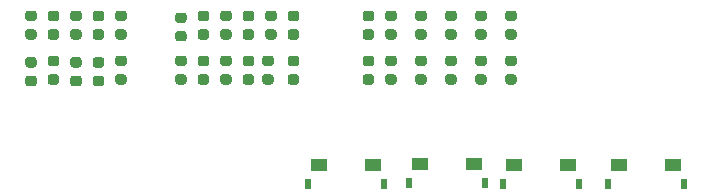
<source format=gbr>
G04 #@! TF.GenerationSoftware,KiCad,Pcbnew,5.1.6-c6e7f7d~87~ubuntu18.04.1*
G04 #@! TF.CreationDate,2020-07-17T19:47:34-05:00*
G04 #@! TF.ProjectId,relojBin,72656c6f-6a42-4696-9e2e-6b696361645f,1.0.8*
G04 #@! TF.SameCoordinates,Original*
G04 #@! TF.FileFunction,Paste,Top*
G04 #@! TF.FilePolarity,Positive*
%FSLAX46Y46*%
G04 Gerber Fmt 4.6, Leading zero omitted, Abs format (unit mm)*
G04 Created by KiCad (PCBNEW 5.1.6-c6e7f7d~87~ubuntu18.04.1) date 2020-07-17 19:47:34*
%MOMM*%
%LPD*%
G01*
G04 APERTURE LIST*
%ADD10R,0.600000X0.850000*%
%ADD11R,1.450000X1.100000*%
G04 APERTURE END LIST*
D10*
X107340000Y-74435000D03*
X100940000Y-74435000D03*
D11*
X106415000Y-72760000D03*
X101865000Y-72760000D03*
D10*
X90495000Y-74350000D03*
X84095000Y-74350000D03*
D11*
X89570000Y-72675000D03*
X85020000Y-72675000D03*
D10*
X98450000Y-74435000D03*
X92050000Y-74435000D03*
D11*
X97525000Y-72760000D03*
X92975000Y-72760000D03*
D10*
X81940000Y-74435000D03*
X75540000Y-74435000D03*
D11*
X81015000Y-72760000D03*
X76465000Y-72760000D03*
G36*
G01*
X92453750Y-61310000D02*
X92966250Y-61310000D01*
G75*
G02*
X93185000Y-61528750I0J-218750D01*
G01*
X93185000Y-61966250D01*
G75*
G02*
X92966250Y-62185000I-218750J0D01*
G01*
X92453750Y-62185000D01*
G75*
G02*
X92235000Y-61966250I0J218750D01*
G01*
X92235000Y-61528750D01*
G75*
G02*
X92453750Y-61310000I218750J0D01*
G01*
G37*
G36*
G01*
X92453750Y-59735000D02*
X92966250Y-59735000D01*
G75*
G02*
X93185000Y-59953750I0J-218750D01*
G01*
X93185000Y-60391250D01*
G75*
G02*
X92966250Y-60610000I-218750J0D01*
G01*
X92453750Y-60610000D01*
G75*
G02*
X92235000Y-60391250I0J218750D01*
G01*
X92235000Y-59953750D01*
G75*
G02*
X92453750Y-59735000I218750J0D01*
G01*
G37*
G36*
G01*
X89913750Y-61310000D02*
X90426250Y-61310000D01*
G75*
G02*
X90645000Y-61528750I0J-218750D01*
G01*
X90645000Y-61966250D01*
G75*
G02*
X90426250Y-62185000I-218750J0D01*
G01*
X89913750Y-62185000D01*
G75*
G02*
X89695000Y-61966250I0J218750D01*
G01*
X89695000Y-61528750D01*
G75*
G02*
X89913750Y-61310000I218750J0D01*
G01*
G37*
G36*
G01*
X89913750Y-59735000D02*
X90426250Y-59735000D01*
G75*
G02*
X90645000Y-59953750I0J-218750D01*
G01*
X90645000Y-60391250D01*
G75*
G02*
X90426250Y-60610000I-218750J0D01*
G01*
X89913750Y-60610000D01*
G75*
G02*
X89695000Y-60391250I0J218750D01*
G01*
X89695000Y-59953750D01*
G75*
G02*
X89913750Y-59735000I218750J0D01*
G01*
G37*
G36*
G01*
X87373750Y-61310000D02*
X87886250Y-61310000D01*
G75*
G02*
X88105000Y-61528750I0J-218750D01*
G01*
X88105000Y-61966250D01*
G75*
G02*
X87886250Y-62185000I-218750J0D01*
G01*
X87373750Y-62185000D01*
G75*
G02*
X87155000Y-61966250I0J218750D01*
G01*
X87155000Y-61528750D01*
G75*
G02*
X87373750Y-61310000I218750J0D01*
G01*
G37*
G36*
G01*
X87373750Y-59735000D02*
X87886250Y-59735000D01*
G75*
G02*
X88105000Y-59953750I0J-218750D01*
G01*
X88105000Y-60391250D01*
G75*
G02*
X87886250Y-60610000I-218750J0D01*
G01*
X87373750Y-60610000D01*
G75*
G02*
X87155000Y-60391250I0J218750D01*
G01*
X87155000Y-59953750D01*
G75*
G02*
X87373750Y-59735000I218750J0D01*
G01*
G37*
G36*
G01*
X84833750Y-61310000D02*
X85346250Y-61310000D01*
G75*
G02*
X85565000Y-61528750I0J-218750D01*
G01*
X85565000Y-61966250D01*
G75*
G02*
X85346250Y-62185000I-218750J0D01*
G01*
X84833750Y-62185000D01*
G75*
G02*
X84615000Y-61966250I0J218750D01*
G01*
X84615000Y-61528750D01*
G75*
G02*
X84833750Y-61310000I218750J0D01*
G01*
G37*
G36*
G01*
X84833750Y-59735000D02*
X85346250Y-59735000D01*
G75*
G02*
X85565000Y-59953750I0J-218750D01*
G01*
X85565000Y-60391250D01*
G75*
G02*
X85346250Y-60610000I-218750J0D01*
G01*
X84833750Y-60610000D01*
G75*
G02*
X84615000Y-60391250I0J218750D01*
G01*
X84615000Y-59953750D01*
G75*
G02*
X84833750Y-59735000I218750J0D01*
G01*
G37*
G36*
G01*
X82293750Y-61310000D02*
X82806250Y-61310000D01*
G75*
G02*
X83025000Y-61528750I0J-218750D01*
G01*
X83025000Y-61966250D01*
G75*
G02*
X82806250Y-62185000I-218750J0D01*
G01*
X82293750Y-62185000D01*
G75*
G02*
X82075000Y-61966250I0J218750D01*
G01*
X82075000Y-61528750D01*
G75*
G02*
X82293750Y-61310000I218750J0D01*
G01*
G37*
G36*
G01*
X82293750Y-59735000D02*
X82806250Y-59735000D01*
G75*
G02*
X83025000Y-59953750I0J-218750D01*
G01*
X83025000Y-60391250D01*
G75*
G02*
X82806250Y-60610000I-218750J0D01*
G01*
X82293750Y-60610000D01*
G75*
G02*
X82075000Y-60391250I0J218750D01*
G01*
X82075000Y-59953750D01*
G75*
G02*
X82293750Y-59735000I218750J0D01*
G01*
G37*
G36*
G01*
X80388750Y-61310000D02*
X80901250Y-61310000D01*
G75*
G02*
X81120000Y-61528750I0J-218750D01*
G01*
X81120000Y-61966250D01*
G75*
G02*
X80901250Y-62185000I-218750J0D01*
G01*
X80388750Y-62185000D01*
G75*
G02*
X80170000Y-61966250I0J218750D01*
G01*
X80170000Y-61528750D01*
G75*
G02*
X80388750Y-61310000I218750J0D01*
G01*
G37*
G36*
G01*
X80388750Y-59735000D02*
X80901250Y-59735000D01*
G75*
G02*
X81120000Y-59953750I0J-218750D01*
G01*
X81120000Y-60391250D01*
G75*
G02*
X80901250Y-60610000I-218750J0D01*
G01*
X80388750Y-60610000D01*
G75*
G02*
X80170000Y-60391250I0J218750D01*
G01*
X80170000Y-59953750D01*
G75*
G02*
X80388750Y-59735000I218750J0D01*
G01*
G37*
G36*
G01*
X74038750Y-61310000D02*
X74551250Y-61310000D01*
G75*
G02*
X74770000Y-61528750I0J-218750D01*
G01*
X74770000Y-61966250D01*
G75*
G02*
X74551250Y-62185000I-218750J0D01*
G01*
X74038750Y-62185000D01*
G75*
G02*
X73820000Y-61966250I0J218750D01*
G01*
X73820000Y-61528750D01*
G75*
G02*
X74038750Y-61310000I218750J0D01*
G01*
G37*
G36*
G01*
X74038750Y-59735000D02*
X74551250Y-59735000D01*
G75*
G02*
X74770000Y-59953750I0J-218750D01*
G01*
X74770000Y-60391250D01*
G75*
G02*
X74551250Y-60610000I-218750J0D01*
G01*
X74038750Y-60610000D01*
G75*
G02*
X73820000Y-60391250I0J218750D01*
G01*
X73820000Y-59953750D01*
G75*
G02*
X74038750Y-59735000I218750J0D01*
G01*
G37*
G36*
G01*
X72133750Y-61310000D02*
X72646250Y-61310000D01*
G75*
G02*
X72865000Y-61528750I0J-218750D01*
G01*
X72865000Y-61966250D01*
G75*
G02*
X72646250Y-62185000I-218750J0D01*
G01*
X72133750Y-62185000D01*
G75*
G02*
X71915000Y-61966250I0J218750D01*
G01*
X71915000Y-61528750D01*
G75*
G02*
X72133750Y-61310000I218750J0D01*
G01*
G37*
G36*
G01*
X72133750Y-59735000D02*
X72646250Y-59735000D01*
G75*
G02*
X72865000Y-59953750I0J-218750D01*
G01*
X72865000Y-60391250D01*
G75*
G02*
X72646250Y-60610000I-218750J0D01*
G01*
X72133750Y-60610000D01*
G75*
G02*
X71915000Y-60391250I0J218750D01*
G01*
X71915000Y-59953750D01*
G75*
G02*
X72133750Y-59735000I218750J0D01*
G01*
G37*
G36*
G01*
X70228750Y-61310000D02*
X70741250Y-61310000D01*
G75*
G02*
X70960000Y-61528750I0J-218750D01*
G01*
X70960000Y-61966250D01*
G75*
G02*
X70741250Y-62185000I-218750J0D01*
G01*
X70228750Y-62185000D01*
G75*
G02*
X70010000Y-61966250I0J218750D01*
G01*
X70010000Y-61528750D01*
G75*
G02*
X70228750Y-61310000I218750J0D01*
G01*
G37*
G36*
G01*
X70228750Y-59735000D02*
X70741250Y-59735000D01*
G75*
G02*
X70960000Y-59953750I0J-218750D01*
G01*
X70960000Y-60391250D01*
G75*
G02*
X70741250Y-60610000I-218750J0D01*
G01*
X70228750Y-60610000D01*
G75*
G02*
X70010000Y-60391250I0J218750D01*
G01*
X70010000Y-59953750D01*
G75*
G02*
X70228750Y-59735000I218750J0D01*
G01*
G37*
G36*
G01*
X68323750Y-61310000D02*
X68836250Y-61310000D01*
G75*
G02*
X69055000Y-61528750I0J-218750D01*
G01*
X69055000Y-61966250D01*
G75*
G02*
X68836250Y-62185000I-218750J0D01*
G01*
X68323750Y-62185000D01*
G75*
G02*
X68105000Y-61966250I0J218750D01*
G01*
X68105000Y-61528750D01*
G75*
G02*
X68323750Y-61310000I218750J0D01*
G01*
G37*
G36*
G01*
X68323750Y-59735000D02*
X68836250Y-59735000D01*
G75*
G02*
X69055000Y-59953750I0J-218750D01*
G01*
X69055000Y-60391250D01*
G75*
G02*
X68836250Y-60610000I-218750J0D01*
G01*
X68323750Y-60610000D01*
G75*
G02*
X68105000Y-60391250I0J218750D01*
G01*
X68105000Y-59953750D01*
G75*
G02*
X68323750Y-59735000I218750J0D01*
G01*
G37*
G36*
G01*
X66418750Y-61310000D02*
X66931250Y-61310000D01*
G75*
G02*
X67150000Y-61528750I0J-218750D01*
G01*
X67150000Y-61966250D01*
G75*
G02*
X66931250Y-62185000I-218750J0D01*
G01*
X66418750Y-62185000D01*
G75*
G02*
X66200000Y-61966250I0J218750D01*
G01*
X66200000Y-61528750D01*
G75*
G02*
X66418750Y-61310000I218750J0D01*
G01*
G37*
G36*
G01*
X66418750Y-59735000D02*
X66931250Y-59735000D01*
G75*
G02*
X67150000Y-59953750I0J-218750D01*
G01*
X67150000Y-60391250D01*
G75*
G02*
X66931250Y-60610000I-218750J0D01*
G01*
X66418750Y-60610000D01*
G75*
G02*
X66200000Y-60391250I0J218750D01*
G01*
X66200000Y-59953750D01*
G75*
G02*
X66418750Y-59735000I218750J0D01*
G01*
G37*
G36*
G01*
X64513750Y-61462500D02*
X65026250Y-61462500D01*
G75*
G02*
X65245000Y-61681250I0J-218750D01*
G01*
X65245000Y-62118750D01*
G75*
G02*
X65026250Y-62337500I-218750J0D01*
G01*
X64513750Y-62337500D01*
G75*
G02*
X64295000Y-62118750I0J218750D01*
G01*
X64295000Y-61681250D01*
G75*
G02*
X64513750Y-61462500I218750J0D01*
G01*
G37*
G36*
G01*
X64513750Y-59887500D02*
X65026250Y-59887500D01*
G75*
G02*
X65245000Y-60106250I0J-218750D01*
G01*
X65245000Y-60543750D01*
G75*
G02*
X65026250Y-60762500I-218750J0D01*
G01*
X64513750Y-60762500D01*
G75*
G02*
X64295000Y-60543750I0J218750D01*
G01*
X64295000Y-60106250D01*
G75*
G02*
X64513750Y-59887500I218750J0D01*
G01*
G37*
G36*
G01*
X59433750Y-61310000D02*
X59946250Y-61310000D01*
G75*
G02*
X60165000Y-61528750I0J-218750D01*
G01*
X60165000Y-61966250D01*
G75*
G02*
X59946250Y-62185000I-218750J0D01*
G01*
X59433750Y-62185000D01*
G75*
G02*
X59215000Y-61966250I0J218750D01*
G01*
X59215000Y-61528750D01*
G75*
G02*
X59433750Y-61310000I218750J0D01*
G01*
G37*
G36*
G01*
X59433750Y-59735000D02*
X59946250Y-59735000D01*
G75*
G02*
X60165000Y-59953750I0J-218750D01*
G01*
X60165000Y-60391250D01*
G75*
G02*
X59946250Y-60610000I-218750J0D01*
G01*
X59433750Y-60610000D01*
G75*
G02*
X59215000Y-60391250I0J218750D01*
G01*
X59215000Y-59953750D01*
G75*
G02*
X59433750Y-59735000I218750J0D01*
G01*
G37*
G36*
G01*
X57528750Y-61310000D02*
X58041250Y-61310000D01*
G75*
G02*
X58260000Y-61528750I0J-218750D01*
G01*
X58260000Y-61966250D01*
G75*
G02*
X58041250Y-62185000I-218750J0D01*
G01*
X57528750Y-62185000D01*
G75*
G02*
X57310000Y-61966250I0J218750D01*
G01*
X57310000Y-61528750D01*
G75*
G02*
X57528750Y-61310000I218750J0D01*
G01*
G37*
G36*
G01*
X57528750Y-59735000D02*
X58041250Y-59735000D01*
G75*
G02*
X58260000Y-59953750I0J-218750D01*
G01*
X58260000Y-60391250D01*
G75*
G02*
X58041250Y-60610000I-218750J0D01*
G01*
X57528750Y-60610000D01*
G75*
G02*
X57310000Y-60391250I0J218750D01*
G01*
X57310000Y-59953750D01*
G75*
G02*
X57528750Y-59735000I218750J0D01*
G01*
G37*
G36*
G01*
X55623750Y-61310000D02*
X56136250Y-61310000D01*
G75*
G02*
X56355000Y-61528750I0J-218750D01*
G01*
X56355000Y-61966250D01*
G75*
G02*
X56136250Y-62185000I-218750J0D01*
G01*
X55623750Y-62185000D01*
G75*
G02*
X55405000Y-61966250I0J218750D01*
G01*
X55405000Y-61528750D01*
G75*
G02*
X55623750Y-61310000I218750J0D01*
G01*
G37*
G36*
G01*
X55623750Y-59735000D02*
X56136250Y-59735000D01*
G75*
G02*
X56355000Y-59953750I0J-218750D01*
G01*
X56355000Y-60391250D01*
G75*
G02*
X56136250Y-60610000I-218750J0D01*
G01*
X55623750Y-60610000D01*
G75*
G02*
X55405000Y-60391250I0J218750D01*
G01*
X55405000Y-59953750D01*
G75*
G02*
X55623750Y-59735000I218750J0D01*
G01*
G37*
G36*
G01*
X53718750Y-61310000D02*
X54231250Y-61310000D01*
G75*
G02*
X54450000Y-61528750I0J-218750D01*
G01*
X54450000Y-61966250D01*
G75*
G02*
X54231250Y-62185000I-218750J0D01*
G01*
X53718750Y-62185000D01*
G75*
G02*
X53500000Y-61966250I0J218750D01*
G01*
X53500000Y-61528750D01*
G75*
G02*
X53718750Y-61310000I218750J0D01*
G01*
G37*
G36*
G01*
X53718750Y-59735000D02*
X54231250Y-59735000D01*
G75*
G02*
X54450000Y-59953750I0J-218750D01*
G01*
X54450000Y-60391250D01*
G75*
G02*
X54231250Y-60610000I-218750J0D01*
G01*
X53718750Y-60610000D01*
G75*
G02*
X53500000Y-60391250I0J218750D01*
G01*
X53500000Y-59953750D01*
G75*
G02*
X53718750Y-59735000I218750J0D01*
G01*
G37*
G36*
G01*
X51813750Y-61310000D02*
X52326250Y-61310000D01*
G75*
G02*
X52545000Y-61528750I0J-218750D01*
G01*
X52545000Y-61966250D01*
G75*
G02*
X52326250Y-62185000I-218750J0D01*
G01*
X51813750Y-62185000D01*
G75*
G02*
X51595000Y-61966250I0J218750D01*
G01*
X51595000Y-61528750D01*
G75*
G02*
X51813750Y-61310000I218750J0D01*
G01*
G37*
G36*
G01*
X51813750Y-59735000D02*
X52326250Y-59735000D01*
G75*
G02*
X52545000Y-59953750I0J-218750D01*
G01*
X52545000Y-60391250D01*
G75*
G02*
X52326250Y-60610000I-218750J0D01*
G01*
X51813750Y-60610000D01*
G75*
G02*
X51595000Y-60391250I0J218750D01*
G01*
X51595000Y-59953750D01*
G75*
G02*
X51813750Y-59735000I218750J0D01*
G01*
G37*
G36*
G01*
X92966250Y-64420000D02*
X92453750Y-64420000D01*
G75*
G02*
X92235000Y-64201250I0J218750D01*
G01*
X92235000Y-63763750D01*
G75*
G02*
X92453750Y-63545000I218750J0D01*
G01*
X92966250Y-63545000D01*
G75*
G02*
X93185000Y-63763750I0J-218750D01*
G01*
X93185000Y-64201250D01*
G75*
G02*
X92966250Y-64420000I-218750J0D01*
G01*
G37*
G36*
G01*
X92966250Y-65995000D02*
X92453750Y-65995000D01*
G75*
G02*
X92235000Y-65776250I0J218750D01*
G01*
X92235000Y-65338750D01*
G75*
G02*
X92453750Y-65120000I218750J0D01*
G01*
X92966250Y-65120000D01*
G75*
G02*
X93185000Y-65338750I0J-218750D01*
G01*
X93185000Y-65776250D01*
G75*
G02*
X92966250Y-65995000I-218750J0D01*
G01*
G37*
G36*
G01*
X90426250Y-64420000D02*
X89913750Y-64420000D01*
G75*
G02*
X89695000Y-64201250I0J218750D01*
G01*
X89695000Y-63763750D01*
G75*
G02*
X89913750Y-63545000I218750J0D01*
G01*
X90426250Y-63545000D01*
G75*
G02*
X90645000Y-63763750I0J-218750D01*
G01*
X90645000Y-64201250D01*
G75*
G02*
X90426250Y-64420000I-218750J0D01*
G01*
G37*
G36*
G01*
X90426250Y-65995000D02*
X89913750Y-65995000D01*
G75*
G02*
X89695000Y-65776250I0J218750D01*
G01*
X89695000Y-65338750D01*
G75*
G02*
X89913750Y-65120000I218750J0D01*
G01*
X90426250Y-65120000D01*
G75*
G02*
X90645000Y-65338750I0J-218750D01*
G01*
X90645000Y-65776250D01*
G75*
G02*
X90426250Y-65995000I-218750J0D01*
G01*
G37*
G36*
G01*
X87886250Y-64420000D02*
X87373750Y-64420000D01*
G75*
G02*
X87155000Y-64201250I0J218750D01*
G01*
X87155000Y-63763750D01*
G75*
G02*
X87373750Y-63545000I218750J0D01*
G01*
X87886250Y-63545000D01*
G75*
G02*
X88105000Y-63763750I0J-218750D01*
G01*
X88105000Y-64201250D01*
G75*
G02*
X87886250Y-64420000I-218750J0D01*
G01*
G37*
G36*
G01*
X87886250Y-65995000D02*
X87373750Y-65995000D01*
G75*
G02*
X87155000Y-65776250I0J218750D01*
G01*
X87155000Y-65338750D01*
G75*
G02*
X87373750Y-65120000I218750J0D01*
G01*
X87886250Y-65120000D01*
G75*
G02*
X88105000Y-65338750I0J-218750D01*
G01*
X88105000Y-65776250D01*
G75*
G02*
X87886250Y-65995000I-218750J0D01*
G01*
G37*
G36*
G01*
X85346250Y-64420000D02*
X84833750Y-64420000D01*
G75*
G02*
X84615000Y-64201250I0J218750D01*
G01*
X84615000Y-63763750D01*
G75*
G02*
X84833750Y-63545000I218750J0D01*
G01*
X85346250Y-63545000D01*
G75*
G02*
X85565000Y-63763750I0J-218750D01*
G01*
X85565000Y-64201250D01*
G75*
G02*
X85346250Y-64420000I-218750J0D01*
G01*
G37*
G36*
G01*
X85346250Y-65995000D02*
X84833750Y-65995000D01*
G75*
G02*
X84615000Y-65776250I0J218750D01*
G01*
X84615000Y-65338750D01*
G75*
G02*
X84833750Y-65120000I218750J0D01*
G01*
X85346250Y-65120000D01*
G75*
G02*
X85565000Y-65338750I0J-218750D01*
G01*
X85565000Y-65776250D01*
G75*
G02*
X85346250Y-65995000I-218750J0D01*
G01*
G37*
G36*
G01*
X82806250Y-64420000D02*
X82293750Y-64420000D01*
G75*
G02*
X82075000Y-64201250I0J218750D01*
G01*
X82075000Y-63763750D01*
G75*
G02*
X82293750Y-63545000I218750J0D01*
G01*
X82806250Y-63545000D01*
G75*
G02*
X83025000Y-63763750I0J-218750D01*
G01*
X83025000Y-64201250D01*
G75*
G02*
X82806250Y-64420000I-218750J0D01*
G01*
G37*
G36*
G01*
X82806250Y-65995000D02*
X82293750Y-65995000D01*
G75*
G02*
X82075000Y-65776250I0J218750D01*
G01*
X82075000Y-65338750D01*
G75*
G02*
X82293750Y-65120000I218750J0D01*
G01*
X82806250Y-65120000D01*
G75*
G02*
X83025000Y-65338750I0J-218750D01*
G01*
X83025000Y-65776250D01*
G75*
G02*
X82806250Y-65995000I-218750J0D01*
G01*
G37*
G36*
G01*
X80901250Y-64420000D02*
X80388750Y-64420000D01*
G75*
G02*
X80170000Y-64201250I0J218750D01*
G01*
X80170000Y-63763750D01*
G75*
G02*
X80388750Y-63545000I218750J0D01*
G01*
X80901250Y-63545000D01*
G75*
G02*
X81120000Y-63763750I0J-218750D01*
G01*
X81120000Y-64201250D01*
G75*
G02*
X80901250Y-64420000I-218750J0D01*
G01*
G37*
G36*
G01*
X80901250Y-65995000D02*
X80388750Y-65995000D01*
G75*
G02*
X80170000Y-65776250I0J218750D01*
G01*
X80170000Y-65338750D01*
G75*
G02*
X80388750Y-65120000I218750J0D01*
G01*
X80901250Y-65120000D01*
G75*
G02*
X81120000Y-65338750I0J-218750D01*
G01*
X81120000Y-65776250D01*
G75*
G02*
X80901250Y-65995000I-218750J0D01*
G01*
G37*
G36*
G01*
X74551250Y-64420000D02*
X74038750Y-64420000D01*
G75*
G02*
X73820000Y-64201250I0J218750D01*
G01*
X73820000Y-63763750D01*
G75*
G02*
X74038750Y-63545000I218750J0D01*
G01*
X74551250Y-63545000D01*
G75*
G02*
X74770000Y-63763750I0J-218750D01*
G01*
X74770000Y-64201250D01*
G75*
G02*
X74551250Y-64420000I-218750J0D01*
G01*
G37*
G36*
G01*
X74551250Y-65995000D02*
X74038750Y-65995000D01*
G75*
G02*
X73820000Y-65776250I0J218750D01*
G01*
X73820000Y-65338750D01*
G75*
G02*
X74038750Y-65120000I218750J0D01*
G01*
X74551250Y-65120000D01*
G75*
G02*
X74770000Y-65338750I0J-218750D01*
G01*
X74770000Y-65776250D01*
G75*
G02*
X74551250Y-65995000I-218750J0D01*
G01*
G37*
G36*
G01*
X72392250Y-64420000D02*
X71879750Y-64420000D01*
G75*
G02*
X71661000Y-64201250I0J218750D01*
G01*
X71661000Y-63763750D01*
G75*
G02*
X71879750Y-63545000I218750J0D01*
G01*
X72392250Y-63545000D01*
G75*
G02*
X72611000Y-63763750I0J-218750D01*
G01*
X72611000Y-64201250D01*
G75*
G02*
X72392250Y-64420000I-218750J0D01*
G01*
G37*
G36*
G01*
X72392250Y-65995000D02*
X71879750Y-65995000D01*
G75*
G02*
X71661000Y-65776250I0J218750D01*
G01*
X71661000Y-65338750D01*
G75*
G02*
X71879750Y-65120000I218750J0D01*
G01*
X72392250Y-65120000D01*
G75*
G02*
X72611000Y-65338750I0J-218750D01*
G01*
X72611000Y-65776250D01*
G75*
G02*
X72392250Y-65995000I-218750J0D01*
G01*
G37*
G36*
G01*
X70741250Y-64420000D02*
X70228750Y-64420000D01*
G75*
G02*
X70010000Y-64201250I0J218750D01*
G01*
X70010000Y-63763750D01*
G75*
G02*
X70228750Y-63545000I218750J0D01*
G01*
X70741250Y-63545000D01*
G75*
G02*
X70960000Y-63763750I0J-218750D01*
G01*
X70960000Y-64201250D01*
G75*
G02*
X70741250Y-64420000I-218750J0D01*
G01*
G37*
G36*
G01*
X70741250Y-65995000D02*
X70228750Y-65995000D01*
G75*
G02*
X70010000Y-65776250I0J218750D01*
G01*
X70010000Y-65338750D01*
G75*
G02*
X70228750Y-65120000I218750J0D01*
G01*
X70741250Y-65120000D01*
G75*
G02*
X70960000Y-65338750I0J-218750D01*
G01*
X70960000Y-65776250D01*
G75*
G02*
X70741250Y-65995000I-218750J0D01*
G01*
G37*
G36*
G01*
X68836250Y-64420000D02*
X68323750Y-64420000D01*
G75*
G02*
X68105000Y-64201250I0J218750D01*
G01*
X68105000Y-63763750D01*
G75*
G02*
X68323750Y-63545000I218750J0D01*
G01*
X68836250Y-63545000D01*
G75*
G02*
X69055000Y-63763750I0J-218750D01*
G01*
X69055000Y-64201250D01*
G75*
G02*
X68836250Y-64420000I-218750J0D01*
G01*
G37*
G36*
G01*
X68836250Y-65995000D02*
X68323750Y-65995000D01*
G75*
G02*
X68105000Y-65776250I0J218750D01*
G01*
X68105000Y-65338750D01*
G75*
G02*
X68323750Y-65120000I218750J0D01*
G01*
X68836250Y-65120000D01*
G75*
G02*
X69055000Y-65338750I0J-218750D01*
G01*
X69055000Y-65776250D01*
G75*
G02*
X68836250Y-65995000I-218750J0D01*
G01*
G37*
G36*
G01*
X66931250Y-64420000D02*
X66418750Y-64420000D01*
G75*
G02*
X66200000Y-64201250I0J218750D01*
G01*
X66200000Y-63763750D01*
G75*
G02*
X66418750Y-63545000I218750J0D01*
G01*
X66931250Y-63545000D01*
G75*
G02*
X67150000Y-63763750I0J-218750D01*
G01*
X67150000Y-64201250D01*
G75*
G02*
X66931250Y-64420000I-218750J0D01*
G01*
G37*
G36*
G01*
X66931250Y-65995000D02*
X66418750Y-65995000D01*
G75*
G02*
X66200000Y-65776250I0J218750D01*
G01*
X66200000Y-65338750D01*
G75*
G02*
X66418750Y-65120000I218750J0D01*
G01*
X66931250Y-65120000D01*
G75*
G02*
X67150000Y-65338750I0J-218750D01*
G01*
X67150000Y-65776250D01*
G75*
G02*
X66931250Y-65995000I-218750J0D01*
G01*
G37*
G36*
G01*
X65026250Y-64420000D02*
X64513750Y-64420000D01*
G75*
G02*
X64295000Y-64201250I0J218750D01*
G01*
X64295000Y-63763750D01*
G75*
G02*
X64513750Y-63545000I218750J0D01*
G01*
X65026250Y-63545000D01*
G75*
G02*
X65245000Y-63763750I0J-218750D01*
G01*
X65245000Y-64201250D01*
G75*
G02*
X65026250Y-64420000I-218750J0D01*
G01*
G37*
G36*
G01*
X65026250Y-65995000D02*
X64513750Y-65995000D01*
G75*
G02*
X64295000Y-65776250I0J218750D01*
G01*
X64295000Y-65338750D01*
G75*
G02*
X64513750Y-65120000I218750J0D01*
G01*
X65026250Y-65120000D01*
G75*
G02*
X65245000Y-65338750I0J-218750D01*
G01*
X65245000Y-65776250D01*
G75*
G02*
X65026250Y-65995000I-218750J0D01*
G01*
G37*
G36*
G01*
X59946250Y-64420000D02*
X59433750Y-64420000D01*
G75*
G02*
X59215000Y-64201250I0J218750D01*
G01*
X59215000Y-63763750D01*
G75*
G02*
X59433750Y-63545000I218750J0D01*
G01*
X59946250Y-63545000D01*
G75*
G02*
X60165000Y-63763750I0J-218750D01*
G01*
X60165000Y-64201250D01*
G75*
G02*
X59946250Y-64420000I-218750J0D01*
G01*
G37*
G36*
G01*
X59946250Y-65995000D02*
X59433750Y-65995000D01*
G75*
G02*
X59215000Y-65776250I0J218750D01*
G01*
X59215000Y-65338750D01*
G75*
G02*
X59433750Y-65120000I218750J0D01*
G01*
X59946250Y-65120000D01*
G75*
G02*
X60165000Y-65338750I0J-218750D01*
G01*
X60165000Y-65776250D01*
G75*
G02*
X59946250Y-65995000I-218750J0D01*
G01*
G37*
G36*
G01*
X58041250Y-64547000D02*
X57528750Y-64547000D01*
G75*
G02*
X57310000Y-64328250I0J218750D01*
G01*
X57310000Y-63890750D01*
G75*
G02*
X57528750Y-63672000I218750J0D01*
G01*
X58041250Y-63672000D01*
G75*
G02*
X58260000Y-63890750I0J-218750D01*
G01*
X58260000Y-64328250D01*
G75*
G02*
X58041250Y-64547000I-218750J0D01*
G01*
G37*
G36*
G01*
X58041250Y-66122000D02*
X57528750Y-66122000D01*
G75*
G02*
X57310000Y-65903250I0J218750D01*
G01*
X57310000Y-65465750D01*
G75*
G02*
X57528750Y-65247000I218750J0D01*
G01*
X58041250Y-65247000D01*
G75*
G02*
X58260000Y-65465750I0J-218750D01*
G01*
X58260000Y-65903250D01*
G75*
G02*
X58041250Y-66122000I-218750J0D01*
G01*
G37*
G36*
G01*
X56136250Y-64547000D02*
X55623750Y-64547000D01*
G75*
G02*
X55405000Y-64328250I0J218750D01*
G01*
X55405000Y-63890750D01*
G75*
G02*
X55623750Y-63672000I218750J0D01*
G01*
X56136250Y-63672000D01*
G75*
G02*
X56355000Y-63890750I0J-218750D01*
G01*
X56355000Y-64328250D01*
G75*
G02*
X56136250Y-64547000I-218750J0D01*
G01*
G37*
G36*
G01*
X56136250Y-66122000D02*
X55623750Y-66122000D01*
G75*
G02*
X55405000Y-65903250I0J218750D01*
G01*
X55405000Y-65465750D01*
G75*
G02*
X55623750Y-65247000I218750J0D01*
G01*
X56136250Y-65247000D01*
G75*
G02*
X56355000Y-65465750I0J-218750D01*
G01*
X56355000Y-65903250D01*
G75*
G02*
X56136250Y-66122000I-218750J0D01*
G01*
G37*
G36*
G01*
X54231250Y-64420000D02*
X53718750Y-64420000D01*
G75*
G02*
X53500000Y-64201250I0J218750D01*
G01*
X53500000Y-63763750D01*
G75*
G02*
X53718750Y-63545000I218750J0D01*
G01*
X54231250Y-63545000D01*
G75*
G02*
X54450000Y-63763750I0J-218750D01*
G01*
X54450000Y-64201250D01*
G75*
G02*
X54231250Y-64420000I-218750J0D01*
G01*
G37*
G36*
G01*
X54231250Y-65995000D02*
X53718750Y-65995000D01*
G75*
G02*
X53500000Y-65776250I0J218750D01*
G01*
X53500000Y-65338750D01*
G75*
G02*
X53718750Y-65120000I218750J0D01*
G01*
X54231250Y-65120000D01*
G75*
G02*
X54450000Y-65338750I0J-218750D01*
G01*
X54450000Y-65776250D01*
G75*
G02*
X54231250Y-65995000I-218750J0D01*
G01*
G37*
G36*
G01*
X52326250Y-64547000D02*
X51813750Y-64547000D01*
G75*
G02*
X51595000Y-64328250I0J218750D01*
G01*
X51595000Y-63890750D01*
G75*
G02*
X51813750Y-63672000I218750J0D01*
G01*
X52326250Y-63672000D01*
G75*
G02*
X52545000Y-63890750I0J-218750D01*
G01*
X52545000Y-64328250D01*
G75*
G02*
X52326250Y-64547000I-218750J0D01*
G01*
G37*
G36*
G01*
X52326250Y-66122000D02*
X51813750Y-66122000D01*
G75*
G02*
X51595000Y-65903250I0J218750D01*
G01*
X51595000Y-65465750D01*
G75*
G02*
X51813750Y-65247000I218750J0D01*
G01*
X52326250Y-65247000D01*
G75*
G02*
X52545000Y-65465750I0J-218750D01*
G01*
X52545000Y-65903250D01*
G75*
G02*
X52326250Y-66122000I-218750J0D01*
G01*
G37*
M02*

</source>
